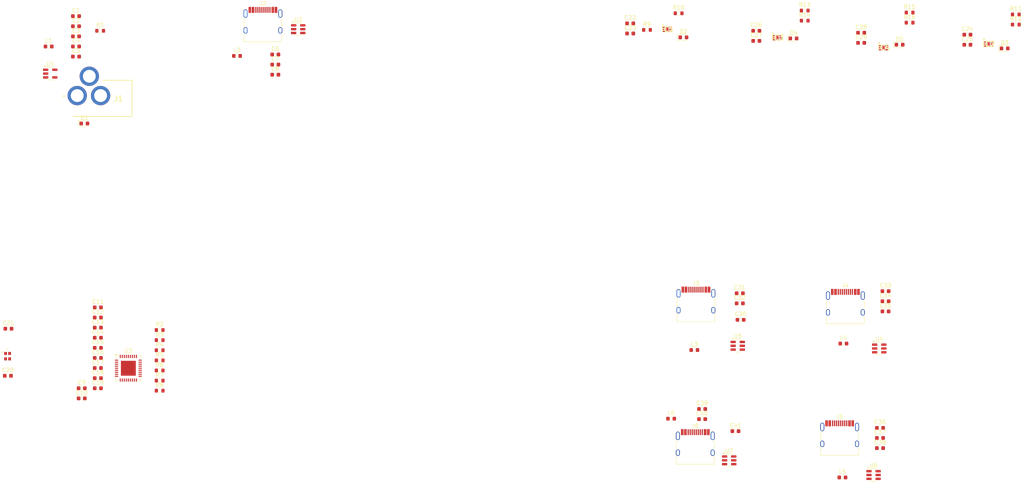
<source format=kicad_pcb>
(kicad_pcb (version 20240108) (generator "pcbnew") (generator_version "8.0")
  (layers (0 "F.Cu" signal) (31 "B.Cu" signal) (34 "B.Paste" user) (35 "F.Paste" user) (36 "B.SilkS" user "B.Silkscreen") (37 "F.SilkS" user "F.Silkscreen") (38 "B.Mask" user) (39 "F.Mask" user) (44 "Edge.Cuts" user))
  (net 0 "")
  (net 1 "GND")
  (net 2 "+5V")
  (net 3 "+5V_Filtered")
  (net 4 "+3.3V")
  (net 5 "Net-(U1-BP)")
  (net 6 "VBUS_DTS")
  (net 7 "+5V_HOST_Filtered")
  (net 8 "GNDPWR")
  (net 9 "Net-(U3-PLLFILT)")
  (net 10 "Net-(U3-CRFILT)")
  (net 11 "XTAL_IN")
  (net 12 "XTAL_OUT")
  (net 13 "+5V_PORT1")
  (net 14 "+5V_PORT2")
  (net 15 "+5V_PORT3")
  (net 16 "+5V_PORT4")
  (net 17 "+5V_PORT1_Filtered")
  (net 18 "+5V_PORT2_Filtered")
  (net 19 "+5V_PORT3_Filtered")
  (net 20 "+5V_PORT4_Filtered")
  (net 21 "Net-(D1-K)")
  (net 22 "Net-(D2-K)")
  (net 23 "Net-(D3-K)")
  (net 24 "Net-(D4-K)")
  (net 25 "Net-(D5-K)")
  (net 26 "Net-(IC1-ILIMIT)")
  (net 27 "OCS_N1")
  (net 28 "PRTPWR1")
  (net 29 "Net-(IC2-ILIMIT)")
  (net 30 "OCS_N2")
  (net 31 "PRTPWR2")
  (net 32 "PRTPWR3")
  (net 33 "OCS_N3")
  (net 34 "Net-(IC3-ILIMIT)")
  (net 35 "PRTPWR4")
  (net 36 "OCS_N4")
  (net 37 "Net-(IC4-ILIMIT)")
  (net 38 "D-")
  (net 42 "D+")
  (net 45 "Net-(J3-D+-PadA6)")
  (net 46 "Net-(J3-D--PadA7)")
  (net 51 "Net-(J4-D+-PadA6)")
  (net 52 "Net-(J4-D--PadA7)")
  (net 56 "Net-(J5-D+-PadA6)")
  (net 59 "Net-(J5-D--PadA7)")
  (net 63 "Net-(J6-D+-PadA6)")
  (net 65 "Net-(J6-D--PadA7)")
  (net 68 "/VBUS_DET")
  (net 69 "Net-(U3-RBIAS)")
  (net 70 "Net-(U3-HS_IND{slash}CFG_SEL1)")
  (net 71 "Net-(U3-SUSP_IND{slash}LOCAL_PWR{slash}NON_REM0)")
  (net 72 "Net-(U3-SDA{slash}SMBDATA{slash}NON_REM1)")
  (net 73 "Net-(U3-SCL{slash}SMBCLK{slash}CFG_SEL0)")
  (net 74 "USBDM_UP")
  (net 75 "USBDP_UP")
  (net 76 "USB_PORT1_P")
  (net 77 "USB_PORT2_P")
  (net 78 "USB_PORT4_M")
  (net 79 "USB_PORT4_P")
  (net 82 "USB_PORT2_M")
  (net 83 "USB_PORT1_M")
  (net 84 "USB_PORT3_M")
  (net 85 "USB_PORT3_P")
  (footprint "Capacitor_SMD:C_0603_1608Metric" (layer "F.Cu") (at 269.5075 28.165)
    (property "Reference" "C24" (at 0 -1.43 0) (layer "F.SilkS"))
    (property "Value" "2.2uF")
    (pad "1" smd roundrect (at -0.775 0) (size 0.9 0.95) (layers "F.Cu" "F.Paste" "F.Mask") (net 14 "+5V_PORT2"))
    (pad "2" smd roundrect (at 0.775 0) (size 0.9 0.95) (layers "F.Cu" "F.Paste" "F.Mask") (net 1 "GND"))
  )
  (footprint "Capacitor_SMD:C_0603_1608Metric" (layer "F.Cu") (at 49.515 116)
    (property "Reference" "C9" (at 0 -1.43 0) (layer "F.SilkS"))
    (property "Value" "100nF")
    (pad "1" smd roundrect (at -0.775 0) (size 0.9 0.95) (layers "F.Cu" "F.Paste" "F.Mask") (net 4 "+3.3V"))
    (pad "2" smd roundrect (at 0.775 0) (size 0.9 0.95) (layers "F.Cu" "F.Paste" "F.Mask") (net 1 "GND"))
  )
  (footprint "Capacitor_SMD:C_0603_1608Metric" (layer "F.Cu") (at 53.525 116)
    (property "Reference" "C19" (at 0 -1.43 0) (layer "F.SilkS"))
    (property "Value" "10nF")
    (pad "1" smd roundrect (at -0.775 0) (size 0.9 0.95) (layers "F.Cu" "F.Paste" "F.Mask") (net 10 "Net-(U3-CRFILT)"))
    (pad "2" smd roundrect (at 0.775 0) (size 0.9 0.95) (layers "F.Cu" "F.Paste" "F.Mask") (net 1 "GND"))
  )
  (footprint "Resistor_SMD:R_0603_1608Metric" (layer "F.Cu") (at 281.5375 25.655)
    (property "Reference" "R12" (at 0 -1.43 0) (layer "F.SilkS"))
    (property "Value" "330R")
    (pad "1" smd roundrect (at -0.825 0) (size 0.8 0.95) (layers "F.Cu" "F.Paste" "F.Mask") (net 1 "GND"))
    (pad "2" smd roundrect (at 0.825 0) (size 0.8 0.95) (layers "F.Cu" "F.Paste" "F.Mask") (net 29 "Net-(IC2-ILIMIT)"))
  )
  (footprint "customESP_Controller:MIC2099_SON50P160X160X60-7N-D" (layer "F.Cu") (at 222.3425 28.93)
    (property "Reference" "IC3" (at 0 0 0) (layer "F.SilkS") (effects (font (size 1.27 1.27) (thickness 0.254))))
    (property "Value" "MIC2099-1YMTTR" (hide yes))
    (pad "1" smd rect (at -0.8 -0.5 90) (size 0.3 0.7) (layers "F.Cu" "F.Paste" "F.Mask") (net 15 "+5V_PORT3"))
    (pad "2" smd rect (at -0.8 0 90) (size 0.3 0.7) (layers "F.Cu" "F.Paste" "F.Mask") (net 34 "Net-(IC3-ILIMIT)"))
    (pad "3" smd rect (at -0.8 0.5 90) (size 0.3 0.7) (layers "F.Cu" "F.Paste" "F.Mask") (net 33 "OCS_N3"))
    (pad "4" smd rect (at 0.8 0.5 90) (size 0.3 0.7) (layers "F.Cu" "F.Paste" "F.Mask") (net 32 "PRTPWR3"))
    (pad "5" smd rect (at 0.8 0 90) (size 0.3 0.7) (layers "F.Cu" "F.Paste" "F.Mask") (net 1 "GND"))
    (pad "6" smd rect (at 0.8 -0.5 90) (size 0.3 0.7) (layers "F.Cu" "F.Paste" "F.Mask") (net 7 "+5V_HOST_Filtered"))
    (pad "7" smd rect (at 0 0) (size 0.55 1.31) (layers "F.Cu" "F.Paste" "F.Mask") (net 1 "GND"))
  )
  (footprint "Inductor_SMD:L_0603_1608Metric" (layer "F.Cu") (at 238.7125 104.9)
    (property "Reference" "L4" (at 0 -1.43 0) (layer "F.SilkS"))
    (property "Value" "120R 3A")
    (pad "1" smd roundrect (at -0.7875 0) (size 0.875 0.95) (layers "F.Cu" "F.Paste" "F.Mask") (net 14 "+5V_PORT2"))
    (pad "2" smd roundrect (at 0.7875 0) (size 0.875 0.95) (layers "F.Cu" "F.Paste" "F.Mask") (net 18 "+5V_PORT2_Filtered"))
  )
  (footprint "Capacitor_SMD:C_0603_1608Metric" (layer "F.Cu") (at 217.075 29.71)
    (property "Reference" "C27" (at 0 -1.43 0) (layer "F.SilkS"))
    (property "Value" "2.2uF")
    (pad "1" smd roundrect (at -0.775 0) (size 0.9 0.95) (layers "F.Cu" "F.Paste" "F.Mask") (net 7 "+5V_HOST_Filtered"))
    (pad "2" smd roundrect (at 0.775 0) (size 0.9 0.95) (layers "F.Cu" "F.Paste" "F.Mask") (net 1 "GND"))
  )
  (footprint "Inductor_SMD:L_0603_1608Metric" (layer "F.Cu") (at 195.92 123.55)
    (property "Reference" "L6" (at 0 -1.43 0) (layer "F.SilkS"))
    (property "Value" "120R 3A")
    (pad "1" smd roundrect (at -0.7875 0) (size 0.875 0.95) (layers "F.Cu" "F.Paste" "F.Mask") (net 16 "+5V_PORT4"))
    (pad "2" smd roundrect (at 0.7875 0) (size 0.875 0.95) (layers "F.Cu" "F.Paste" "F.Mask") (net 20 "+5V_PORT4_Filtered"))
  )
  (footprint "Capacitor_SMD:C_0603_1608Metric" (layer "F.Cu") (at 249.175 96.9)
    (property "Reference" "C35" (at 0 -1.43 0) (layer "F.SilkS"))
    (property "Value" "4.7nF")
    (pad "1" smd roundrect (at -0.775 0) (size 0.9 0.95) (layers "F.Cu" "F.Paste" "F.Mask") (net 8 "GNDPWR"))
    (pad "2" smd roundrect (at 0.775 0) (size 0.9 0.95) (layers "F.Cu" "F.Paste" "F.Mask") (net 1 "GND"))
  )
  (footprint "Package_TO_SOT_SMD:SOT-23-5" (layer "F.Cu") (at 41.7 37.8375)
    (property "Reference" "U1" (at 0 -2.4 0) (layer "F.SilkS"))
    (property "Value" "SPX3819M5-L-3-3")
    (pad "1" smd roundrect (at -1.1375 -0.95) (size 1.325 0.6) (layers "F.Cu" "F.Paste" "F.Mask") (net 3 "+5V_Filtered"))
    (pad "2" smd roundrect (at -1.1375 0) (size 1.325 0.6) (layers "F.Cu" "F.Paste" "F.Mask") (net 1 "GND"))
    (pad "3" smd roundrect (at -1.1375 0.95) (size 1.325 0.6) (layers "F.Cu" "F.Paste" "F.Mask") (net 68 "/VBUS_DET"))
    (pad "4" smd roundrect (at 1.1375 0.95) (size 1.325 0.6) (layers "F.Cu" "F.Paste" "F.Mask") (net 5 "Net-(U1-BP)"))
    (pad "5" smd roundrect (at 1.1375 -0.95) (size 1.325 0.6) (layers "F.Cu" "F.Paste" "F.Mask") (net 4 "+3.3V"))
  )
  (footprint "Capacitor_SMD:C_0603_1608Metric" (layer "F.Cu") (at 53.525 108.47)
    (property "Reference" "C16" (at 0 -1.43 0) (layer "F.SilkS"))
    (property "Value" "10nF")
    (pad "1" smd roundrect (at -0.775 0) (size 0.9 0.95) (layers "F.Cu" "F.Paste" "F.Mask") (net 9 "Net-(U3-PLLFILT)"))
    (pad "2" smd roundrect (at 0.775 0) (size 0.9 0.95) (layers "F.Cu" "F.Paste" "F.Mask") (net 1 "GND"))
  )
  (footprint "Capacitor_SMD:C_0603_1608Metric" (layer "F.Cu") (at 243.125 30.2)
    (property "Reference" "C29" (at 0 -1.43 0) (layer "F.SilkS"))
    (property "Value" "2.2uF")
    (pad "1" smd roundrect (at -0.775 0) (size 0.9 0.95) (layers "F.Cu" "F.Paste" "F.Mask") (net 7 "+5V_HOST_Filtered"))
    (pad "2" smd roundrect (at 0.775 0) (size 0.9 0.95) (layers "F.Cu" "F.Paste" "F.Mask") (net 1 "GND"))
  )
  (footprint "LED_SMD:LED_0603_1608Metric" (layer "F.Cu") (at 198.97 28.835)
    (property "Reference" "D2" (at 0 -1.43 0) (layer "F.SilkS"))
    (property "Value" "LED")
    (pad "1" smd roundrect (at -0.7875 0) (size 0.875 0.95) (layers "F.Cu" "F.Paste" "F.Mask") (net 22 "Net-(D2-K)"))
    (pad "2" smd roundrect (at 0.7875 0) (size 0.875 0.95) (layers "F.Cu" "F.Paste" "F.Mask") (net 13 "+5V_PORT1"))
  )
  (footprint "Capacitor_SMD:C_0603_1608Metric" (layer "F.Cu") (at 97.6 33.09)
    (property "Reference" "C6" (at 0 -1.43 0) (layer "F.SilkS"))
    (property "Value" "2.2uF")
    (pad "1" smd roundrect (at -0.775 0) (size 0.9 0.95) (layers "F.Cu" "F.Paste" "F.Mask") (net 6 "VBUS_DTS"))
    (pad "2" smd roundrect (at 0.775 0) (size 0.9 0.95) (layers "F.Cu" "F.Paste" "F.Mask") (net 1 "GND"))
  )
  (footprint "Connector_USB:USB_C_Receptacle_HRO_TYPE-C-31-M-12" (layer "F.Cu") (at 237.78 128.75)
    (property "Reference" "J5" (at 0 -5.645 0) (layer "F.SilkS"))
    (property "Value" "USB_C_Receptacle_USB2.0_16P")
    (pad "" np_thru_hole circle (at -2.89 -2.6) (size 0.65 0.65) (drill 0.65) (layers "*.Cu" "*.Mask"))
    (pad "" np_thru_hole circle (at 2.89 -2.6) (size 0.65 0.65) (drill 0.65) (layers "*.Cu" "*.Mask"))
    (pad "A1" smd rect (at -3.25 -4.045) (size 0.6 1.45) (layers "F.Cu" "F.Paste" "F.Mask") (net 1 "GND"))
    (pad "A4" smd rect (at -2.45 -4.045) (size 0.6 1.45) (layers "F.Cu" "F.Paste" "F.Mask") (net 15 "+5V_PORT3"))
    (pad "A5" smd rect (at -1.25 -4.045) (size 0.3 1.45) (layers "F.Cu" "F.Paste" "F.Mask"))
    (pad "A6" smd rect (at -0.25 -4.045) (size 0.3 1.45) (layers "F.Cu" "F.Paste" "F.Mask") (net 56 "Net-(J5-D+-PadA6)"))
    (pad "A7" smd rect (at 0.25 -4.045) (size 0.3 1.45) (layers "F.Cu" "F.Paste" "F.Mask") (net 59 "Net-(J5-D--PadA7)"))
    (pad "A8" smd rect (at 1.25 -4.045) (size 0.3 1.45) (layers "F.Cu" "F.Paste" "F.Mask"))
    (pad "A9" smd rect (at 2.45 -4.045) (size 0.6 1.45) (layers "F.Cu" "F.Paste" "F.Mask") (net 15 "+5V_PORT3"))
    (pad "A12" smd rect (at 3.25 -4.045) (size 0.6 1.45) (layers "F.Cu" "F.Paste" "F.Mask") (net 1 "GND"))
    (pad "B1" smd rect (at 3.25 -4.045) (size 0.6 1.45) (layers "F.Cu" "F.Paste" "F.Mask") (net 1 "GND"))
    (pad "B4" smd rect (at 2.45 -4.045) (size 0.6 1.45) (layers "F.Cu" "F.Paste" "F.Mask") (net 15 "+5V_PORT3"))
    (pad "B5" smd rect (at 1.75 -4.045) (size 0.3 1.45) (layers "F.Cu" "F.Paste" "F.Mask"))
    (pad "B6" smd rect (at 0.75 -4.045) (size 0.3 1.45) (layers "F.Cu" "F.Paste" "F.Mask") (net 56 "Net-(J5-D+-PadA6)"))
    (pad "B7" smd rect (at -0.75 -4.045) (size 0.3 1.45) (layers "F.Cu" "F.Paste" "F.Mask") (net 59 "Net-(J5-D--PadA7)"))
    (pad "B8" smd rect (at -1.75 -4.045) (size 0.3 1.45) (layers "F.Cu" "F.Paste" "F.Mask"))
    (pad "B9" smd rect (at -2.45 -4.045) (size 0.6 1.45) (layers "F.Cu" "F.Paste" "F.Mask") (net 15 "+5V_PORT3"))
    (pad "B12" smd rect (at -3.25 -4.045) (size 0.6 1.45) (layers "F.Cu" "F.Paste" "F.Mask") (net 1 "GND"))
    (pad "S1" thru_hole oval (at -4.32 -3.13) (size 1 2.1) (drill oval 0.6 1.7) (layers "*.Cu" "*.Mask") (net 8 "GNDPWR"))
    (pad "S1" thru_hole oval (at -4.32 1.05) (size 1 1.6) (drill oval 0.6 1.2) (layers "*.Cu" "*.Mask") (net 8 "GNDPWR"))
    (pad "S1" thru_hole oval (at 4.32 -3.13) (size 1 2.1) (drill oval 0.6 1.7) (layers "*.Cu" "*.Mask") (net 8 "GNDPWR"))
    (pad "S1" thru_hole oval (at 4.32 1.05) (size 1 1.6) (drill oval 0.6 1.2) (layers "*.Cu" "*.Mask") (net 8 "GNDPWR"))
  )
  (footprint "Resistor_SMD:R_0603_1608Metric" (layer "F.Cu") (at 68.875 109.07)
    (property "Reference" "R5" (at 0 -1.43 0) (layer "F.SilkS"))
    (property "Value" "100k")
    (pad "1" smd roundrect (at -0.825 0) (size 0.8 0.95) (layers "F.Cu" "F.Paste" "F.Mask") (net 70 "Net-(U3-HS_IND{slash}CFG_SEL1)"))
    (pad "2" smd roundrect (at 0.825 0) (size 0.8 0.95) (layers "F.Cu" "F.Paste" "F.Mask") (net 1 "GND"))
  )
  (footprint "LED_SMD:LED_0603_1608Metric" (layer "F.Cu") (at 50.17 50.2325)
    (property "Reference" "D1" (at 0 -1.43 0) (layer "F.SilkS"))
    (property "Value" "LED")
    (pad "1" smd roundrect (at -0.7875 0) (size 0.875 0.95) (layers "F.Cu" "F.Paste" "F.Mask") (net 21 "Net-(D1-K)"))
    (pad "2" smd roundrect (at 0.7875 0) (size 0.875 0.95) (layers "F.Cu" "F.Paste" "F.Mask") (net 4 "+3.3V"))
  )
  (footprint "Capacitor_SMD:C_0603_1608Metric" (layer "F.Cu") (at 203.62 121.15)
    (property "Reference" "C39" (at 0 -1.43 0) (layer "F.SilkS"))
    (property "Value" "2.2uF")
    (pad "1" smd roundrect (at -0.775 0) (size 0.9 0.95) (layers "F.Cu" "F.Paste" "F.Mask") (net 20 "+5V_PORT4_Filtered"))
    (pad "2" smd roundrect (at 0.775 0) (size 0.9 0.95) (layers "F.Cu" "F.Paste" "F.Mask") (net 1 "GND"))
  )
  (footprint "customESP_Controller:MIC2099_SON50P160X160X60-7N-D" (layer "F.Cu") (at 274.8 30.5)
    (property "Reference" "IC2" (at 0 0 0) (layer "F.SilkS") (effects (font (size 1.27 1.27) (thickness 0.254))))
    (property "Value" "MIC2099-1YMTTR" (hide yes))
    (pad "1" smd rect (at -0.8 -0.5 90) (size 0.3 0.7) (layers "F.Cu" "F.Paste" "F.Mask") (net 14 "+5V_PORT2"))
    (pad "2" smd rect (at -0.8 0 90) (size 0.3 0.7) (layers "F.Cu" "F.Paste" "F.Mask") (net 29 "Net-(IC2-ILIMIT)"))
    (pad "3" smd rect (at -0.8 0.5 90) (size 0.3 0.7) (layers "F.Cu" "F.Paste" "F.Mask") (net 30 "OCS_N2"))
    (pad "4" smd rect (at 0.8 0.5 90) (size 0.3 0.7) (layers "F.Cu" "F.Paste" "F.Mask") (net 31 "PRTPWR2"))
    (pad "5" smd rect (at 0.8 0 90) (size 0.3 0.7) (layers "F.Cu" "F.Paste" "F.Mask") (net 1 "GND"))
    (pad "6" smd rect (at 0.8 -0.5 90) (size 0.3 0.7) (layers "F.Cu" "F.Paste" "F.Mask") (net 7 "+5V_HOST_Filtered"))
    (pad "7" smd rect (at 0 0) (size 0.55 1.31) (layers "F.Cu" "F.Paste" "F.Mask") (net 1 "GND"))
  )
  (footprint "Resistor_SMD:R_0603_1608Metric" (layer "F.Cu") (at 229.105 22.18)
    (property "Reference" "R13" (at 0 -1.43 0) (layer "F.SilkS"))
    (property "Value" "330R")
    (pad "1" smd roundrect (at -0.825 0) (size 0.8 0.95) (layers "F.Cu" "F.Paste" "F.Mask") (net 1 "GND"))
    (pad "2" smd roundrect (at 0.825 0) (size 0.8 0.95) (layers "F.Cu" "F.Paste" "F.Mask") (net 24 "Net-(D4-K)"))
  )
  (footprint "Resistor_SMD:R_0603_1608Metric" (layer "F.Cu") (at 189.9275 26.98)
    (property "Reference" "R9" (at 0 -1.43 0) (layer "F.SilkS"))
    (property "Value" "330R")
    (pad "1" smd roundrect (at -0.825 0) (size 0.8 0.95) (layers "F.Cu" "F.Paste" "F.Mask") (net 1 "GND"))
    (pad "2" smd roundrect (at 0.825 0) (size 0.8 0.95) (layers "F.Cu" "F.Paste" "F.Mask") (net 26 "Net-(IC1-ILIMIT)"))
  )
  (footprint "Capacitor_SMD:C_0603_1608Metric" (layer "F.Cu") (at 48.1 33.61)
    (property "Reference" "C5" (at 0 -1.43 0) (layer "F.SilkS"))
    (property "Value" "100nF")
    (pad "1" smd roundrect (at -0.775 0) (size 0.9 0.95) (layers "F.Cu" "F.Paste" "F.Mask") (net 5 "Net-(U1-BP)"))
    (pad "2" smd roundrect (at 0.775 0) (size 0.9 0.95) (layers "F.Cu" "F.Paste" "F.Mask") (net 1 "GND"))
  )
  (footprint "Capacitor_SMD:C_0603_1608Metric" (layer "F.Cu") (at 269.5075 30.675)
    (property "Reference" "C25" (at 0 -1.43 0) (layer "F.SilkS"))
    (property "Value" "2.2uF")
    (pad "1" smd roundrect (at -0.775 0) (size 0.9 0.95) (layers "F.Cu" "F.Paste" "F.Mask") (net 7 "+5V_HOST_Filtered"))
    (pad "2" smd roundrect (at 0.775 0) (size 0.9 0.95) (layers "F.Cu" "F.Paste" "F.Mask") (net 1 "GND"))
  )
  (footprint "Inductor_SMD:L_0603_1608Metric" (layer "F.Cu") (at 201.6875 106.5)
    (property "Reference" "L3" (at 0 -1.43 0) (layer "F.SilkS"))
    (property "Value" "120R 3A")
    (pad "1" smd roundrect (at -0.7875 0) (size 0.875 0.95) (layers "F.Cu" "F.Paste" "F.Mask") (net 13 "+5V_PORT1"))
    (pad "2" smd roundrect (at 0.7875 0) (size 0.875 0.95) (layers "F.Cu" "F.Paste" "F.Mask") (net 17 "+5V_PORT1_Filtered"))
  )
  (footprint "Resistor_SMD:R_0603_1608Metric" (layer "F.Cu") (at 68.875 116.6)
    (property "Reference" "R8" (at 0 -1.43 0) (layer "F.SilkS"))
    (property "Value" "100k")
    (pad "1" smd roundrect (at -0.825 0) (size 0.8 0.95) (layers "F.Cu" "F.Paste" "F.Mask") (net 73 "Net-(U3-SCL{slash}SMBCLK{slash}CFG_SEL0)"))
    (pad "2" smd roundrect (at 0.825 0) (size 0.8 0.95) (layers "F.Cu" "F.Paste" "F.Mask") (net 1 "GND"))
  )
  (footprint "Capacitor_SMD:C_0603_1608Metric" (layer "F.Cu") (at 212.975 92.4)
    (property "Reference" "C31" (at 0 -1.43 0) (layer "F.SilkS"))
    (property "Value" "100uF")
    (pad "1" smd roundrect (at -0.775 0) (size 0.9 0.95) (layers "F.Cu" "F.Paste" "F.Mask") (net 13 "+5V_PORT1"))
    (pad "2" smd roundrect (at 0.775 0) (size 0.9 0.95) (layers "F.Cu" "F.Paste" "F.Mask") (net 1 "GND"))
  )
  (footprint "Capacitor_SMD:C_0603_1608Metric" (layer "F.Cu") (at 217.075 27.2)
    (property "Reference" "C26" (at 0 -1.43 0) (layer "F.SilkS"))
    (property "Value" "2.2uF")
    (pad "1" smd roundrect (at -0.775 0) (size 0.9 0.95) (layers "F.Cu" "F.Paste" "F.Mask") (net 15 "+5V_PORT3"))
    (pad "2" smd roundrect (at 0.775 0) (size 0.9 0.95) (layers "F.Cu" "F.Paste" "F.Mask") (net 1 "GND"))
  )
  (footprint "Package_TO_SOT_SMD:SOT-23-6" (layer "F.Cu") (at 247.62 106.115)
    (property "Reference" "U4" (at 0 -2.4 0) (layer "F.SilkS"))
    (property "Value" "USBLC6-2SC6")
    (pad "1" smd roundrect (at -1.1375 -0.95) (size 1.325 0.6) (layers "F.Cu" "F.Paste" "F.Mask") (net 77 "USB_PORT2_P"))
    (pad "2" smd roundrect (at -1.1375 0) (size 1.325 0.6) (layers "F.Cu" "F.Paste" "F.Mask") (net 1 "GND"))
    (pad "3" smd roundrect (at -1.1375 0.95) (size 1.325 0.6) (layers "F.Cu" "F.Paste" "F.Mask") (net 82 "USB_PORT2_M"))
    (pad "4" smd roundrect (at 1.1375 0.95) (size 1.325 0.6) (layers "F.Cu" "F.Paste" "F.Mask") (net 52 "Net-(J4-D--PadA7)"))
    (pad "5" smd roundrect (at 1.1375 0) (size 1.325 0.6) (layers "F.Cu" "F.Paste" "F.Mask") (net 14 "+5V_PORT2"))
    (pad "6" smd roundrect (at 1.1375 -0.95) (size 1.325 0.6) (layers "F.Cu" "F.Paste" "F.Mask") (net 51 "Net-(J4-D+-PadA6)"))
  )
  (footprint "LED_SMD:LED_0603_1608Metric" (layer "F.Cu") (at 278.77 31.575)
    (property "Reference" "D3" (at 0 -1.43 0) (layer "F.SilkS"))
    (property "Value" "LED")
    (pad "1" smd roundrect (at -0.7875 0) (size 0.875 0.95) (layers "F.Cu" "F.Paste" "F.Mask") (net 23 "Net-(D3-K)"))
    (pad "2" smd roundrect (at 0.7875 0) (size 0.875 0.95) (layers "F.Cu" "F.Paste" "F.Mask") (net 14 "+5V_PORT2"))
  )
  (footprint "Capacitor_SMD:C_0603_1608Metric" (layer "F.Cu") (at 31.175 112.9)
    (property "Reference" "C20" (at 0 -1.43 0) (layer "F.SilkS"))
    (property "Value" "10pF")
    (pad "1" smd roundrect (at -0.775 0) (size 0.9 0.95) (layers "F.Cu" "F.Paste" "F.Mask") (net 11 "XTAL_IN"))
    (pad "2" smd roundrect (at 0.775 0) (size 0.9 0.95) (layers "F.Cu" "F.Paste" "F.Mask") (net 1 "GND"))
  )
  (footprint "Capacitor_SMD:C_0603_1608Metric" (layer "F.Cu") (at 48.1 28.59)
    (property "Reference" "C3" (at 0 -1.43 0) (layer "F.SilkS"))
    (property "Value" "2.2uF")
    (pad "1" smd roundrect (at -0.775 0) (size 0.9 0.95) (layers "F.Cu" "F.Paste" "F.Mask") (net 3 "+5V_Filtered"))
    (pad "2" smd roundrect (at 0.775 0) (size 0.9 0.95) (layers "F.Cu" "F.Paste" "F.Mask") (net 1 "GND"))
  )
  (footprint "Capacitor_SMD:C_0603_1608Metric" (layer "F.Cu") (at 53.525 100.94)
    (property "Reference" "C13" (at 0 -1.43 0) (layer "F.SilkS"))
    (property "Value" "100nF")
    (pad "1" smd roundrect (at -0.775 0) (size 0.9 0.95) (layers "F.Cu" "F.Paste" "F.Mask") (net 4 "+3.3V"))
    (pad "2" smd roundrect (at 0.775 0) (size 0.9 0.95) (layers "F.Cu" "F.Paste" "F.Mask") (net 1 "GND"))
  )
  (footprint "Package_TO_SOT_SMD:SOT-23-6" (layer "F.Cu") (at 246.2 137.545)
    (property "Reference" "U6" (at 0 -2.4 0) (layer "F.SilkS"))
    (property "Value" "USBLC6-2SC6")
    (pad "1" smd roundrect (at -1.1375 -0.95) (size 1.325 0.6) (layers "F.Cu" "F.Paste" "F.Mask") (net 85 "USB_PORT3_P"))
    (pad "2" smd roundrect (at -1.1375 0) (size 1.325 0.6) (layers "F.Cu" "F.Paste" "F.Mask") (net 1 "GND"))
    (pad "3" smd roundrect (at -1.1375 0.95) (size 1.325 0.6) (layers "F.Cu" "F.Paste" "F.Mask") (net 84 "USB_PORT3_M"))
    (pad "4" smd roundrect (at 1.1375 0.95) (size 1.325 0.6) (layers "F.Cu" "F.Paste" "F.Mask") (net 59 "Net-(J5-D--PadA7)"))
    (pad "5" smd roundrect (at 1.1375 0) (size 1.325 0.6) (layers "F.Cu" "F.Paste" "F.Mask") (net 15 "+5V_PORT3"))
    (pad "6" smd roundrect (at 1.1375 -0.95) (size 1.325 0.6) (layers "F.Cu" "F.Paste" "F.Mask") (net 56 "Net-(J5-D+-PadA6)"))
  )
  (footprint "Resistor_SMD:R_0603_1608Metric" (layer "F.Cu") (at 229.105 24.69)
    (property "Reference" "R14" (at 0 -1.43 0) (layer "F.SilkS"))
    (property "Value" "330R")
    (pad "1" smd roundrect (at -0.825 0) (size 0.8 0.95) (layers "F.Cu" "F.Paste" "F.Mask") (net 1 "GND"))
    (pad "2" smd roundrect (at 0.825 0) (size 0.8 0.95) (layers "F.Cu" "F.Paste" "F.Mask") (net 34 "Net-(IC3-ILIMIT)"))
  )
  (footprint "Capacitor_SMD:C_0603_1608Metric" (layer "F.Cu") (at 53.525 110.98)
    (property "Reference" "C17" (at 0 -1.43 0) (layer "F.SilkS"))
    (property "Value" "100nF")
    (pad "1" smd roundrect (at -0.775 0) (size 0.9 0.95) (layers "F.Cu" "F.Paste" "F.Mask") (net 9 "Net-(U3-PLLFILT)"))
    (pad "2" smd roundrect (at 0.775 0) (size 0.9 0.95) (layers "F.Cu" "F.Paste" "F.Mask") (net 1 "GND"))
  )
  (footprint "Connector_USB:USB_C_Receptacle_HRO_TYPE-C-31-M-12" (layer "F.Cu") (at 239.2 96.1)
    (property "Reference" "J4" (at 0 -5.645 0) (layer "F.SilkS"))
    (property "Value" "USB_C_Receptacle_USB2.0_16P")
    (pad "" np_thru_hole circle (at -2.89 -2.6) (size 0.65 0.65) (drill 0.65) (layers "*.Cu" "*.Mask"))
    (pad "" np_thru_hole circle (at 2.89 -2.6) (size 0.65 0.65) (drill 0.65) (layers "*.Cu" "*.Mask"))
    (pad "A1" smd rect (at -3.25 -4.045) (size 0.6 1.45) (layers "F.Cu" "F.Paste" "F.Mask") (net 1 "GND"))
    (pad "A4" smd rect (at -2.45 -4.045) (size 0.6 1.45) (layers "F.Cu" "F.Paste" "F.Mask") (net 14 "+5V_PORT2"))
    (pad "A5" smd rect (at -1.25 -4.045) (size 0.3 1.45) (layers "F.Cu" "F.Paste" "F.Mask"))
    (pad "A6" smd rect (at -0.25 -4.045) (size 0.3 1.45) (layers "F.Cu" "F.Paste" "F.Mask") (net 51 "Net-(J4-D+-PadA6)"))
    (pad "A7" smd rect (at 0.25 -4.045) (size 0.3 1.45) (layers "F.Cu" "F.Paste" "F.Mask") (net 52 "Net-(J4-D--PadA7)"))
    (pad "A8" smd rect (at 1.25 -4.045) (size 0.3 1.45) (layers "F.Cu" "F.Paste" "F.Mask"))
    (pad "A9" smd rect (at 2.45 -4.045) (size 0.6 1.45) (layers "F.Cu" "F.Paste" "F.Mask") (net 14 "+5V_PORT2"))
    (pad "A12" smd rect (at 3.25 -4.045) (size 0.6 1.45) (layers "F.Cu" "F.Paste" "F.Mask") (net 1 "GND"))
    (pad "B1" smd rect (at 3.25 -4.045) (size 0.6 1.45) (layers "F.Cu" "F.Paste" "F.Mask") (net 1 "GND"))
    (pad "B4" smd rect (at 2.45 -4.045) (size 0.6 1.45) (layers "F.Cu" "F.Paste" "F.Mask") (net 14 "+5V_PORT2"))
    (pad "B5" smd rect (at 1.75 -4.045) (size 0.3 1.45) (layers "F.Cu" "F.Paste" "F.Mask"))
    (pad "B6" smd rect (at 0.75 -4.045) (size 0.3 1.45) (layers "F.Cu" "F.Paste" "F.Mask") (net 51 "Net-(J4-D+-PadA6)"))
    (pad "B7" smd rect (at -0.75 -4.045) (size 0.3 1.45) (layers "F.Cu" "F.Paste" "F.Mask") (net 52 "Net-(J4-D--PadA7)"))
    (pad "B8" smd rect (at -1.75 -4.045) (size 0.3 1.45) (layers "F.Cu" "F.Paste" "F.Mask"))
    (pad "B9" smd rect (at -2.45 -4.045) (size 0.6 1.45) (layers "F.Cu" "F.Paste" "F.Mask") (net 14 "+5V_PORT2"))
    (pad "B12" smd rect (at -3.25 -4.045) (size 0.6 1.45) (layers "F.Cu" "F.Paste" "F.Mask") (net 1 "GND"))
    (pad "S1" thru_hole oval (at -4.32 -3.13) (size 1 2.1) (drill oval 0.6 1.7) (layers "*.Cu" "*.Mask") (net 8 "GNDPWR"))
    (pad "S1" thru_hole oval (at -4.32 1.05) (size 1 1.6) (drill oval 0.6 1.2) (layers "*.Cu" "*.Mask") (net 8 "GNDPWR"))
    (pad "S1" thru_hole oval (at 4.32 -3.13) (size 1 2.1) (drill oval 0.6 1.7) (layers "*.Cu" "*.Mask") (net 8 "GNDPWR"))
    (pad "S1" thru_hole oval (at 4.32 1.05) (size 1 1.6) (drill oval 0.6 1.2) (layers "*.Cu" "*.Mask") (net 8 "GNDPWR"))
  )
  (footprint "Resistor_SMD:R_0603_1608Metric" (layer "F.Cu") (at 68.875 104.05)
    (property "Reference" "R3" (at 0 -1.43 0) (layer "F.SilkS"))
    (property "Value" "100k")
    (pad "1" smd roundrect (at -0.825 0) (size 0.8 0.95) (layers "F.Cu" "F.Paste" "F.Mask") (net 68 "/VBUS_DET"))
    (pad "2" smd roundrect (at 0.825 0) (size 0.8 0.95) (layers "F.Cu" "F.Paste" "F.Mask") (net 1 "GND"))
  )
  (footprint "Capacitor_SMD:C_0603_1608Metric" (layer "F.Cu") (at 185.75 27.875)
    (property "Reference" "C23" (at 0 -1.43 0) (layer "F.SilkS"))
    (property "Value" "2.2uF")
    (pad "1" smd roundrect (at -0.775 0) (size 0.9 0.95) (layers "F.Cu" "F.Paste" "F.Mask") (net 13 "+5V_PORT1"))
    (pad "2" smd roundrect (at 0.775 0) (size 0.9 0.95) (layers "F.Cu" "F.Paste" "F.Mask") (net 1 "GND"))
  )
  (footprint "Package_TO_SOT_SMD:SOT-23-6" (layer "F.Cu") (at 212.4625 105.45)
    (property "Reference" "U5" (at 0 -2.4 0) (layer "F.SilkS"))
    (property "Value" "USBLC6-2SC6")
    (pad "1" smd roundrect (at -1.1375 -0.95) (size 1.325 0.6) (layers "F.Cu" "F.Paste" "F.Mask") (net 76 "USB_PORT1_P"))
    (pad "2" smd roundrect (at -1.1375 0) (size 1.325 0.6) (layers "F.Cu" "F.Paste" "F.Mask") (net 1 "GND"))
    (pad "3" smd roundrect (at -1.1375 0.95) (size 1.325 0.6) (layers "F.Cu" "F.Paste" "F.Mask") (net 83 "USB_PORT1_M"))
    (pad "4" smd roundrect (at 1.1375 0.95) (size 1.325 0.6) (layers "F.Cu" "F.Paste" "F.Mask") (net 46 "Net-(J3-D--PadA7)"))
    (pad "5" smd roundrect (at 1.1375 0) (size 1.325 0.6) (layers "F.Cu" "F.Paste" "F.Mask") (net 13 "+5V_PORT1"))
    (pad "6" smd roundrect (at 1.1375 -0.95) (size 1.325 0.6) (layers "F.Cu" "F.Paste" "F.Mask") (net 45 "Net-(J3-D+-PadA6)"))
  )
  (footprint "Capacitor_SMD:C_0603_1608Metric" (layer "F.Cu") (at 53.525 103.45)
    (property "Reference" "C14" (at 0 -1.43 0) (layer "F.SilkS"))
    (property "Value" "100nF")
    (pad "1" smd roundrect (at -0.775 0) (size 0.9 0.95) (layers "F.Cu" "F.Paste" "F.Mask") (net 4 "+3.3V"))
    (pad "2" smd roundrect (at 0.775 0) (size 0.9 0.95) (layers "F.Cu" "F.Paste" "F.Mask") (net 1 "GND"))
  )
  (footprint "Inductor_SMD:L_0603_1608Metric" (layer "F.Cu") (at 41.3 31.1)
    (property "Reference" "L1" (at 0 -1.43 0) (layer "F.SilkS"))
    (property "Value" "120R 3A")
    (pad "1" smd roundrect (at -0.7875 0) (size 0.875 0.95) (layers "F.Cu" "F.Paste" "F.Mask") (net 2 "+5V"))
    (pad "2" smd roundrect (at 0.7875 0) (size 0.875 0.95) (layers "F.Cu" "F.Paste" "F.Mask") (net 3 "+5V_Filtered"))
  )
  (footprint "Capacitor_SMD:C_0603_1608Metric" (layer "F.Cu") (at 53.525 98.43)
    (property "Reference" "C12" (at 0 -1.43 0) (layer "F.SilkS"))
    (property "Value" "100nF")
    (pad "1" smd roundrect (at -0.775 0) (size 0.9 0.95) (layers "F.Cu" "F.Paste" "F.Mask") (net 4 "+3.3V"))
    (pad "2" smd roundrect (at 0.775 0) (size 0.9 0.95) (layers "F.Cu" "F.Paste" "F.Mask") (net 1 "GND"))
  )
  (footprint "Capacitor_SMD:C_0603_1608Metric" (layer "F.Cu") (at 48.1 23.57)
    (property "Reference" "C1" (at 0 -1.43 0) (layer "F.SilkS"))
    (property "Value" "2.2uF")
    (pad "1" smd roundrect (at -0.775 0) (size 0.9 0.95) (layers "F.Cu" "F.Paste" "F.Mask") (net 2 "+5V"))
    (pad "2" smd roundrect (at 0.775 0) (size 0.9 0.95) (layers "F.Cu" "F.Paste" "F.Mask") (net 1 "GND"))
  )
  (footprint "customESP_Controller:OSC_XRCGB24M000F2P00R0" (layer "F.Cu") (at 31.1 108.025)
    (property "Reference" "Y1" (at -0.084 -1.6032 0) (layer "F.SilkS") (effects (font (size 0.32 0.32) (thickness 0.08))))
    (property "Value" "XRCGB24M000F2P00R0")
    (pad "1" smd rect (at -0.5 -0.675) (size 0.7 0.75) (layers "F.Cu" "F.Paste" "F.Mask") (net 12 "XTAL_OUT"))
    (pad "2" smd rect (at -0.5 0.675) (size 0.7 0.75) (layers "F.Cu" "F.Paste" "F.Mask") (net 1 "GND"))
    (pad "3" smd rect (at 0.5 0.675) (size 0.7 0.75) (layers "F.Cu" "F.Paste" "F.Mask") (net 11 "XTAL_IN"))
    (pad "4" smd rect (at 0.5 -0.675) (size 0.7 0.75) (layers "F.Cu" "F.Paste" "F.Mask") (net 1 "GND"))
  )
  (footprint "Resistor_SMD:R_0603_1608Metric" (layer "F.Cu") (at 54.1 27.2)
    (property "Reference" "R1" (at 0 -1.43 0) (layer "F.SilkS"))
    (property "Value" "330R")
    (pad "1" smd roundrect (at -0.825 0) (size 0.8 0.95) (layers "F.Cu" "F.Paste" "F.Mask") (net 21 "Net-(D1-K)"))
    (pad "2" smd roundrect (at 0.825 0) (size 0.8 0.95) (layers "F.Cu" "F.Paste" "F.Mask") (net 1 "GND"))
  )
  (footprint "Capacitor_SMD:C_0603_1608Metric" (layer "F.Cu") (at 203.62 123.66)
    (property "Reference" "C40" (at 0 -1.43 0) (layer "F.SilkS"))
    (property "Value" "100uF")
    (pad "1" smd roundrect (at -0.775 0) (size 0.9 0.95) (layers "F.Cu" "F.Paste" "F.Mask") (net 16 "+5V_PORT4"))
    (pad "2" smd roundrect (at 0.775 0) (size 0.9 0.95) (layers "F.Cu" "F.Paste" "F.Mask") (net 1 "GND"))
  )
  (footprint "LED_SMD:LED_0603_1608Metric" (layer "F.Cu") (at 226.3125 29.095)
    (property "Reference" "D4" (at 0 -1.43 0) (layer "F.SilkS"))
    (property "Value" "LED")
    (pad "1" smd roundrect (at -0.7875 0) (size 0.875 0.95) (layers "F.Cu" "F.Paste" "F.Mask") (net 24 "Net-(D4-K)"))
    (pad "2" smd roundrect (at 0.7875 0) (size 0.875 0.95) (layers "F.Cu" "F.Paste" "F.Mask") (net 15 "+5V_PORT3"))
  )
  (footprint "Resistor_SMD:R_0603_1608Metric" (layer "F.Cu") (at 68.875 101.54)
    (property "Reference" "R2" (at 0 -1.43 0) (layer "F.SilkS"))
    (property "Value" "100k")
    (pad "1" smd roundrect (at -0.825 0) (size 0.8 0.95) (layers "F.Cu" "F.Paste" "F.Mask") (net 7 "+5V_HOST_Filtered"))
    (pad "2" smd roundrect (at 0.825 0) (size 0.8 0.95) (layers "F.Cu" "F.Paste" "F.Mask") (net 68 "/VBUS_DET"))
  )
  (footprint "Capacitor_SMD:C_0603_1608Metric" (layer "F.Cu") (at 249.175 91.88)
    (property "Reference" "C33" (at 0 -1.43 0) (layer "F.SilkS"))
    (property "Value" "2.2uF")
    (pad "1" smd roundrect (at -0.775 0) (size 0.9 0.95) (layers "F.Cu" "F.Paste" "F.Mask") (net 18 "+5V_PORT2_Filtered"))
    (pad "2" smd roundrect (at 0.775 0) (size 0.9 0.95) (layers "F.Cu" "F.Paste" "F.Mask") (net 1 "GND"))
  )
  (footprint "Resistor_SMD:R_0603_1608Metric" (layer "F.Cu") (at 68.875 111.58)
    (property "Reference" "R6" (at 0 -1.43 0) (layer "F.SilkS"))
    (property "Value" "100k")
    (pad "1" smd roundrect (at -0.825 0) (size 0.8 0.95) (layers "F.Cu" "F.Paste" "F.Mask") (net 71 "Net-(U3-SUSP_IND{slash}LOCAL_PWR{slash}NON_REM0)"))
    (pad "2" smd roundrect (at 0.825 0) (size 0.8 0.95) (layers "F.Cu" "F.Paste" "F.Mask") (net 1 "GND"))
  )
  (footprint "Inductor_SMD:L_0603_1608Metric" (layer "F.Cu") (at 238.4675 138.15)
    (property "Reference" "L5" (at 0 -1.43 0) (layer "F.SilkS"))
    (property "Value" "120R 3A")
    (pad "1" smd roundrect (at -0.7875 0) (size 0.875 0.95) (layers "F.Cu" "F.Paste" "F.Mask") (net 15 "+5V_PORT3"))
    (pad "2" smd roundrect (at 0.7875 0) (size 0.875 0.95) (layers "F.Cu" "F.Paste" "F.Mask") (net 19 "+5V_PORT3_Filtered"))
  )
  (footprint "Resistor_SMD:R_0603_1608Metric" (layer "F.Cu") (at 281.5375 23.145)
    (property "Reference" "R11" (at 0 -1.43 0) (layer "F.SilkS"))
    (property "Value" "330R")
    (pad "1" smd roundrect (at -0.825 0) (size 0.8 0.95) (layers "F.Cu" "F.Paste" "F.Mask") (net 1 "GND"))
    (pad "2" smd roundrect (at 0.825 0) (size 0.8 0.95) (layers "F.Cu" "F.Paste" "F.Mask") (net 23 "Net-(D3-K)"))
  )
  (footprint "customESP_Controller:MIC2099_SON50P160X160X60-7N-D" (layer "F.Cu") (at 248.6925 31.41)
    (property "Reference" "IC4" (at 0 0 0) (layer "F.SilkS") (effects (font (size 1.27 1.27) (thickness 0.254))))
    (property "Value" "MIC2099-1YMTTR" (hide yes))
    (pad "1" smd rect (at -0.8 -0.5 90) (size 0.3 0.7) (layers "F.Cu" "F.Paste" "F.Mask") (net 16 "+5V_PORT4"))
    (pad "2" smd rect (at -0.8 0 90) (size 0.3 0.7) (layers "F.Cu" "F.Paste" "F.Mask") (net 37 "Net-(IC4-ILIMIT)"))
    (pad "3" smd rect (at -0.8 0.5 90) (size 0.3 0.7) (layers "F.Cu" "F.Paste" "F.Mask") (net 36 "OCS_N4"))
    (pad "4" smd rect (at 0.8 0.5 90) (size 0.3 0.7) (layers "F.Cu" "F.Paste" "F.Mask") (net 35 "PRTPWR4"))
    (pad "5" smd rect (at 0.8 0 90) (size 0.3 0.7) (layers "F.Cu" "F.Paste" "F.Mask") (net 1 "GND"))
    (pad "6" smd rect (at 0.8 -0.5 90) (size 0.3 0.7) (layers "F.Cu" "F.Paste" "F.Mask") (net 7 "+5V_HOST_Filtered"))
    (pad "7" smd rect (at 0 0) (size 0.55 1.31) (layers "F.Cu" "F.Paste" "F.Mask") (net 1 "GND"))
  )
  (footprint "Package_TO_SOT_SMD:SOT-23-6" (layer "F.Cu") (at 103.3 26.8)
    (property "Reference" "U2" (at 0 -2.4 0) (layer "F.SilkS"))
    (property "Value" "USBLC6-2SC6")
    (pad "1" smd roundrect (at -1.1375 -0.95) (size 1.325 0.6) (layers "F.Cu" "F.Paste" "F.Mask") (net 75 "USBDP_UP"))
    (pad "2" smd roundrect (at -1.1375 0) (size 1.325 0.6) (layers "F.Cu" "F.Paste" "F.Mask") (net 1 "GND"))
    (pad "3" smd roundrect (at -1.1375 0.95) (size 1.325 0.6) (layers "F.Cu" "F.Paste" "F.Mask") (net 74 "USBDM_UP"))
    (pad "4" smd roundrect (at 1.1375 0.95) (size 1.325 0.6) (layers "F.Cu" "F.Paste" "F.Mask") (net 38 "D-"))
    (pad "5" smd roundrect (at 1.1375 0) (size 1.325 0.6) (layers "F.Cu" "F.Paste" "F.Mask") (net 6 "VBUS_DTS"))
    (pad "6" smd roundrect (at 1.1375 -0.95) (size 1.325 0.6) (layers "F.Cu" "F.Paste" "F.Mask") (net 42 "D+"))
  )
  (footprint "Capacitor_SMD:C_0603_1608Metric" (layer "F.Cu") (at 213.175 99)
    (property "Reference" "C30" (at 0 -1.43 0) (layer "F.SilkS"))
    (property "Value" "4.7nF")
    (pad "1" smd roundrect (at -0.775 0) (size 0.9 0.95) (layers "F.Cu" "F.Paste" "F.Mask") (net 8 "GNDPWR"))
    (pad "2" smd roundrect (at 0.775 0) (size 0.9 0.95) (layers "F.Cu" "F.Paste" "F.Mask") (net 1 "GND"))
  )
  (footprint "Connector_USB:USB_C_Receptacle_HRO_TYPE-C-31-M-12" (layer "F.Cu") (at 202.08 95.55)
    (property "Reference" "J3" (at 0 -5.645 0) (layer "F.SilkS"))
    (property "Value" "USB_C_Receptacle_USB2.0_16P")
    (pad "" np_thru_hole circle (at -2.89 -2.6) (size 0.65 0.65) (drill 0.65) (layers "*.Cu" "*.Mask"))
    (pad "" np_thru_hole circle (at 2.89 -2.6) (size 0.65 0.65) (drill 0.65) (layers "*.Cu" "*.Mask"))
    (pad "A1" smd rect (at -3.25 -4.045) (size 0.6 1.45) (layers "F.Cu" "F.Paste" "F.Mask") (net 1 "GND"))
    (pad "A4" smd rect (at -2.45 -4.045) (size 0.6 1.45) (layers "F.Cu" "F.Paste" "F.Mask") (net 13 "+5V_PORT1"))
    (pad "A5" smd rect (at -1.25 -4.045) (size 0.3 1.45) (layers "F.Cu" "F.Paste" "F.Mask"))
    (pad "A6" smd rect (at -0.25 -4.045) (size 0.3 1.45) (layers "F.Cu" "F.Paste" "F.Mask") (net 45 "Net-(J3-D+-PadA6)"))
    (pad "A7" smd rect (at 0.25 -4.045) (size 0.3 1.45) (layers "F.Cu" "F.Paste" "F.Mask") (net 46 "Net-(J3-D--PadA7)"))
    (pad "A8" smd rect (at 1.25 -4.045) (size 0.3 1.45) (layers "F.Cu" "F.Paste" "F.Mask"))
    (pad "A9" smd rect (at 2.45 -4.045) (size 0.6 1.45) (layers "F.Cu" "F.Paste" "F.Mask") (net 13 "+5V_PORT1"))
    (pad "A12" smd rect (at 3.25 -4.045) (size 0.6 1.45) (layers "F.Cu" "F.Paste" "F.Mask") (net 1 "GND"))
    (pad "B1" smd rect (at 3.25 -4.045) (size 0.6 1.45) (layers "F.Cu" "F.Paste" "F.Mask") (net 1 "GND"))
    (pad "B4" smd rect (at 2.45 -4.045) (size 0.6 1.45) (layers "F.Cu" "F.Paste" "F.Mask") (net 13 "+5V_PORT1"))
    (pad "B5" smd rect (at 1.75 -4.045) (size 0.3 1.45) (layers "F.Cu" "F.Paste" "F.Mask"))
    (pad "B6" smd rect (at 0.75 -4.045) (size 0.3 1.45) (layers "F.Cu" "F.Paste" "F.Mask") (net 45 "Net-(J3-D+-PadA6)"))
    (pad "B7" smd rect (at -0.75 -4.045) (size 0.3 1.45) (layers "F.Cu" "F.Paste" "F.Mask") (net 46 "Net-(J3-D--PadA7)"))
    (pad "B8" smd rect (at -1.75 -4.045) (size 0.3 1.45) (layers "F.Cu" "F.Paste" "F.Mask"))
    (pad "B9" smd rect (at -2.45 -4.045) (size 0.6 1.45) (layers "F.Cu" "F.Paste" "F.Mask") (net 13 "+5V_PORT1"))
    (pad "B12" smd rect (at -3.25 -4.045) (size 0.6 1.45) (layers "F.Cu" "F.Paste" "F.Mask") (net 1 "GND"))
    (pad "S1" thru_hole oval (at -4.32 -3.13) (size 1 2.1) (drill oval 0.6 1.7) (layers "*.Cu" "*.Mask") (net 8 "GNDPWR"))
    (pad "S1" thru_hole oval (at -4.32 1.05) (size 1 1.6) (drill oval 0.6 1.2) (layers "*.Cu" "*.Mask") (net 8 "GNDPWR"))
    (pad "S1" thru_hole oval (at 4.32 -3.13) (size 1 2.1) (drill oval 0.6 1.7) (layers "*.Cu" "*.Mask") (net 8 "GNDPWR"))
    (pad "S1" thru_hole oval (at 4.32 1.05) (size 1 1.6) (drill oval 0.6 1.2) (layers "*.Cu" "*.Mask") (net 8 "GNDPWR"))
  )
  (footprint "Capacitor_SMD:C_0603_1608Metric" (layer "F.Cu") (at 243.125 27.69)
    (property "Reference" "C28" (at 0 -1.43 0) (layer "F.SilkS"))
    (property "Value" "2.2uF")
    (pad "1" smd roundrect (at -0.775 0) (size 0.9 0.95) (layers "F.Cu" "F.Paste" "F.Mask") (net 16 "+5V_PORT4"))
    (pad "2" smd roundrect (at 0.775 0) (size 0.9 0.95) (layers "F.Cu" "F.Paste" "F.Mask") (net 1 "GND"))
  )
  (footprint "Capacitor_SMD:C_0603_1608Metric" (layer "F.Cu") (at 211.895 126.65)
    (property "Reference" "C41" (at 0 -1.43 0) (layer "F.SilkS"))
    (property "Value" "4.7nF")
    (pad "1" smd roundrect (at -0.775 0) (size 0.9 0.95) (layers "F.Cu" "F.Paste" "F.Mask") (net 8 "GNDPWR"))
    (pad "2" smd roundrect (at 0.775 0) (size 0.9 0.95) (layers "F.Cu" "F.Paste" "F.Mask") (net 1 "GND"))
  )
  (footprint "Capacitor_SMD:C_0603_1608Metric" (layer "F.Cu") (at 249.175 94.39)
    (property "Reference" "C34" (at 0 -1.43 0) (layer "F.SilkS"))
    (property "Value" "100uF")
    (pad "1" smd roundrect (at -0.775 0) (size 0.9 0.95) (layers "F.Cu" "F.Paste" "F.Mask") (net 14 "+5V_PORT2"))
    (pad "2" smd roundrect (at 0.775 0) (size 0.9 0.95) (layers "F.Cu" "F.Paste" "F.Mask") (net 1 "GND"))
  )
  (footprint "Resistor_SMD:R_0603_1608Metric" (layer "F.Cu") (at 197.78 22.855)
    (property "Reference" "R10" (at 0 -1.43 0) (layer "F.SilkS"))
    (property "Value" "330R")
    (pad "1" smd roundrect (at -0.825 0) (size 0.8 0.95) (layers "F.Cu" "F.Paste" "F.Mask") (net 1 "GND"))
    (pad "2" smd roundrect (at 0.825 0) (size 0.8 0.95) (layers "F.Cu" "F.Paste" "F.Mask") (net 22 "Net-(D2-K)"))
  )
  (footprint "Capacitor_SMD:C_0603_1608Metric" (layer "F.Cu") (at 53.525 105.96)
    (property "Reference" "C15" (at 0 -1.43 0) (layer "F.SilkS"))
    (property "Value" "2.2uF")
    (pad "1" smd roundrect (at -0.775 0) (size 0.9 0.95) (layers "F.Cu" "F.Paste" "F.Mask") (net 4 "+3.3V"))
    (pad "2" smd roundrect (at 0.775 0) (size 0.9 0.95) (layers "F.Cu" "F.Paste" "F.Mask") (net 1 "GND"))
  )
  (footprint "Connector_USB:USB_C_Receptacle_HRO_TYPE-C-31-M-12" (layer "F.Cu") (at 201.92 130.95)
    (property "Reference" "J6" (at 0 -5.645 0) (layer "F.SilkS"))
    (property "Value" "USB_C_Receptacle_USB2.0_16P")
    (pad "" np_thru_hole circle (at -2.89 -2.6) (size 0.65 0.65) (drill 0.65) (layers "*.Cu" "*.Mask"))
    (pad "" np_thru_hole circle (at 2.89 -2.6) (size 0.65 0.65) (drill 0.65) (layers "*.Cu" "*.Mask"))
    (pad "A1" smd rect (at -3.25 -4.045) (size 0.6 1.45) (layers "F.Cu" "F.Paste" "F.Mask") (net 1 "GND"))
    (pad "A4" smd rect (at -2.45 -4.045) (size 0.6 1.45) (layers "F.Cu" "F.Paste" "F.Mask") (net 16 "+5V_PORT4"))
    (pad "A5" smd rect (at -1.25 -4.045) (size 0.3 1.45) (layers "F.Cu" "F.Paste" "F.Mask"))
    (pad "A6" smd rect (at -0.25 -4.045) (size 0.3 1.45) (layers "F.Cu" "F.Paste" "F.Mask") (net 63 "Net-(J6-D+-PadA6)"))
    (pad "A7" smd rect (at 0.25 -4.045) (size 0.3 1.45) (layers "F.Cu" "F.Paste" "F.Mask") (net 65 "Net-(J6-D--PadA7)"))
    (pad "A8" smd rect (at 1.25 -4.045) (size 0.3 1.45) (layers "F.Cu" "F.Paste" "F.Mask"))
    (pad "A9" smd rect (at 2.45 -4.045) (size 0.6 1.45) (layers "F.Cu" "F.Paste" "F.Mask") (net 16 "+5V_PORT4"))
    (pad "A12" smd rect (at 3.25 -4.045) (size 0.6 1.45) (layers "F.Cu" "F.Paste" "F.Mask") (net 1 "GND"))
    (pad "B1" smd rect (at 3.25 -4.045) (size 0.6 1.45) (layers "F.Cu" "F.Paste" "F.Mask") (net 1 "GND"))
    (pad "B4" smd rect (at 2.45 -4.045) (size 0.6 1.45) (layers "F.Cu" "F.Paste" "F.Mask") (net 16 "+5V_PORT4"))
    (pad "B5" smd rect (at 1.75 -4.045) (size 0.3 1.45) (layers "F.Cu" "F.Paste" "F.Mask"))
    (pad "B6" smd rect (at 0.75 -4.045) (size 0.3 1.45) (layers "F.Cu" "F.Paste" "F.Mask") (net 63 "Net-(J6-D+-PadA6)"))
    (pad "B7" smd rect (at -0.75 -4.045) (size 0.3 1.45) (layers "F.Cu" "F.Paste" "F.Mask") (net 65 "Net-(J6-D--PadA7)"))
    (pad "B8" smd rect (at -1.75 -4.045) (size 0.3 1.45) (layers "F.Cu" "F.Paste" "F.Mask"))
    (pad "B9" smd rect (at -2.45 -4.045) (size 0.6 1.45) (layers "F.Cu" "F.Paste" "F.Mask") (net 16 "+5V_PORT4"))
    (pad "B12" smd rect (at -3.25 -4.045) (size 0.6 1.45) (layers "F.Cu" "F.Paste" "F.Mask") (net 1 "GND"))
    (pad "S1" thru_hole oval (at -4.32 -3.13) (size 1 2.1) (drill oval 0.6 1.7) (layers "*.Cu" "*.Mask") (net 8 "GNDPWR"))
    (pad "S1" thru_hole oval (at -4.32 1.05) (size 1 1.6) (drill oval 0.6 1.2) (layers "*.Cu" "*.Mask") (net 8 "GNDPWR"))
    (pad "S1" thru_hole oval (at 4.32 -3.13) (size 1 2.1) (drill oval 0.6 1.7) (layers "*.Cu" "*.Mask") (net 8 "GNDPWR"))
    (pad "S1" thru_hole oval (at 4.32 1.05) (size 1 1.6) (drill oval 0.6 1.2) (layers "*.Cu" "*.Mask") (net 8 "GNDPWR"))
  )
  (footprint "Package_TO_SOT_SMD:SOT-23-6" (layer "F.Cu") (at 210.34 133.9)
    (property "Reference" "U7" (at 0 -2.4 0) (layer "F.SilkS"))
    (property "Value" "USBLC6-2SC6")
    (pad "1" smd roundrect (at -1.1375 -0.95) (size 1.325 0.6) (layers "F.Cu" "F.Paste" "F.Mask") (net 79 "USB_PORT4_P"))
    (pad "2" smd roundrect (at -1.1375 0) (size 1.325 0.6) (layers "F.Cu" "F.Paste" "F.Mask") (net 1 "GND"))
    (pad "3" smd roundrect (at -1.1375 0.95) (size 1.325 0.6) (layers "F.Cu" "F.Paste" "F.Mask") (net 78 "USB_PORT4_M"))
    (pad "4" smd roundrect (at 1.1375 0.95) (size 1.325 0.6) (layers "F.Cu" "F.Paste" "F.Mask") (net 65 "Net-(J6-D--PadA7)"))
    (pad "5" smd roundrect (at 1.1375 0) (size 1.325 0.6) (layers "F.Cu" "F.Paste" "F.Mask") (net 16 "+5V_PORT4"))
    (pad "6" smd roundrect (at 1.1375 -0.95) (size 1.325 0.6) (layers "F.Cu" "F.Paste" "F.Mask") (net 63 "Net-(J6-D+-PadA6)"))
  )
  (footprint "Capacitor_SMD:C_0603_1608Metric" (layer "F.Cu") (at 247.805 128.35)
    (property "Reference" "C37" (at 0 -1.43 0) (layer "F.SilkS"))
    (property "Value" "100uF")
    (pad "1" smd roundrect (at -0.775 0) (size 0.9 0.95) (layers "F.Cu" "F.Paste" "F.Mask") (net 15 "+5V_PORT3"))
    (pad "2" smd roundrect (at 0.775 0) (size 0.9 0.95) (layers "F.Cu" "F.Paste" "F.Mask") (net 1 "GND"))
  )
  (footprint "Capacitor_SMD:C_0603_1608Metric" (layer "F.Cu") (at 185.75 25.365)
    (property "Reference" "C22" (at 0 -1.43 0) (layer "F.SilkS"))
    (property "Value" "2.2uF")
    (pad "1" smd roundrect (at -0.775 0) (size 0.9 0.95) (layers "F.Cu" "F.Paste" "F.Mask") (net 7 "+5V_HOST_Filtered"))
    (pad "2" smd roundrect (at 0.775 0) (size 0.9 0.95) (layers "F.Cu" "F.Paste" "F.Mask") (net 1 "GND"))
  )
  (footprint "Capacitor_SMD:C_0603_1608Metric" (layer "F.Cu") (at 247.805 125.84)
    (property "Reference" "C36" (at 0 -1.43 0) (layer "F.SilkS"))
    (property "Value" "2.2uF")
    (pad "1" smd roundrect (at -0.775 0) (size 0.9 0.95) (layers "F.Cu" "F.Paste" "F.Mask") (net 19 "+5V_PORT3_Filtered"))
    (pad "2" smd roundrect (at 0.775 0) (size 0.9 0.95) (layers "F.Cu" "F.Paste" "F.Mask") (net 1 "GND"))
  )
  (footprint "customESP_Controller:MIC2099_SON50P160X160X60-7N-D" (layer "F.Cu") (at 195 26.85)
    (property "Reference" "IC1" (at 0 0 0) (layer "F.SilkS") (effects (font (size 1.27 1.27) (thickness 0.254))))
    (property "Value" "MIC2099-1YMTTR" (hide yes))
    (pad "1" smd rect (at -0.8 -0.5 90) (size 0.3 0.7) (layers "F.Cu" "F.Paste" "F.Mask") (net 13 "+5V_PORT1"))
    (pad "2" smd rect (at -0.8 0 90) (size 0.3 0.7) (layers "F.Cu" "F.Paste" "F.Mask") (net 26 "Net-(IC1-ILIMIT)"))
    (pad "3" smd rect (at -0.8 0.5 90) (size 0.3 0.7) (layers "F.Cu" "F.Paste" "F.Mask") (net 27 "OCS_N1"))
    (pad "4" smd rect (at 0.8 0.5 90) (size 0.3 0.7) (layers "F.Cu" "F.Paste" "F.Mask") (net 28 "PRTPWR1"))
    (pad "5" smd rect (at 0.8 0 90) (size 0.3 0.7) (layers "F.Cu" "F.Paste" "F.Mask") (net 1 "GND"))
    (pad "6" smd rect (at 0.8 -0.5 90) (size 0.3 0.7) (layers "F.Cu" "F.Paste" "F.Mask") (net 7 "+5V_HOST_Filtered"))
    (pad "7" smd rect (at 0 0) (size 0.55 1.31) (layers "F.Cu" "F.Paste" "F.Mask") (net 1 "GND"))
  )
  (footprint "Capacitor_SMD:C_0603_1608Metric" (layer "F.Cu") (at 53.525 95.92)
    (property "Reference" "C11" (at 0 -1.43 0) (layer "F.SilkS"))
    (property "Value" "100nF")
    (pad "1" smd roundrect (at -0.775 0) (size 0.9 0.95) (layers "F.Cu" "F.Paste" "F.Mask") (net 4 "+3.3V"))
    (pad "2" smd roundrect (at 0.775 0) (size 0.9 0.95) (layers "F.Cu" "F.Paste" "F.Mask") (net 1 "GND"))
  )
  (footprint "Resistor_SMD:R_0603_1608Metric" (layer "F.Cu") (at 255.155 25.18)
    (property "Reference" "R16" (at 0 -1.43 0) (layer "F.SilkS"))
    (property "Value" "330R")
    (pad "1" smd roundrect (at -0.825 0) (size 0.8 0.95) (layers "F.Cu" "F.Paste" "F.Mask") (net 1 "GND"))
    (pad "2" smd roundrect (at 0.825 0) (size 0.8 0.95) (layers "F.Cu" "F.Paste" "F.Mask") (net 37 "Net-(IC4-ILIMIT)"))
  )
  (footprint "Capacitor_SMD:C_0603_1608Metric" (layer "F.Cu") (at 31.31 101.21)
    (property "Reference" "C21" (at 0 -1.43 0) (layer "F.SilkS"))
    (property "Value" "10pF")
    (pad "1" smd roundrect (at -0.775 0) (size 0.9 0.95) (layers "F.Cu" "F.Paste" "F.Mask") (net 12 "XTAL_OUT"))
    (pad "2" smd roundrect (at 0.775 0) (size 0.9 0.95) (layers "F.Cu" "F.Paste" "F.Mask") (net 1 "GND"))
  )
  (footprint "Capacitor_SMD:C_0603_1608Metric" (layer "F.Cu") (at 212.975 94.91)
    (property "Reference" "C32" (at 0 -1.43 0) (layer "F.SilkS"))
    (property "Value" "2.2uF")
    (pad "1" smd roundrect (at -0.775 0) (size 0.9 0.95) (layers "F.Cu" "F.Paste" "F.Mask") (net 17 "+5V_PORT1_Filtered"))
    (pad "2" smd roundrect (at 0.775 0) (size 0.9 0.95) (layers "F.Cu" "F.Paste" "F.Mask") (net 1 "GND"))
  )
  (footprint "Capacitor_SMD:C_0603_1608Metric" (layer "F.Cu") (at 48.1 26.08)
    (property "Reference" "C2" (at 0 -1.43 0) (layer "F.SilkS"))
    (property "Value" "2.2uF")
    (pad "1" smd roundrect (at -0.775 0) (size 0.9 0.95) (layers "F.Cu" "F.Paste" "F.Mask") (net 3 "+5V_Filtered"))
    (pad "2" smd roundrect (at 0.775 0) (size 0.9 0.95) (layers "F.Cu" "F.Paste" "F.Mask") (net 1 "GND"))
  )
  (footprint "Capacitor_SMD:C_0603_1608Metric" (layer "F.Cu") (at 48.1 31.1)
    (property "Reference" "C4" (at 0 -1.43 0) (layer "F.SilkS"))
    (property "Value" "2.2uF")
    (pad "1" smd roundrect (at -0.775 0) (size 0.9 0.95) (layers "F.Cu" "F.Paste" "F.Mask") (net 4 "+3.3V"))
    (pad "2" smd roundrect (at 0.775 0) (size 0.9 0.95) (layers "F.Cu" "F.Paste" "F.Mask") (net 1 "GND"))
  )
  (footprint "Capacitor_SMD:C_0603_1608Metric" (layer "F.Cu") (at 97.6 35.6)
    (property "Reference" "C7" (at 0 -1.43 0) (layer "F.SilkS"))
    (property "Value" "2.2uF")
    (pad "1" smd roundrect (at -0.775 0) (size 0.9 0.95) (layers "F.Cu" "F.Paste" "F.Mask") (net 7 "+5V_HOST_Filtered"))
    (pad "2" smd roundrect (at 0.775 0) (size 0.9 0.95) (layers "F.Cu" "F.Paste" "F.Mask") (net 1 "GND"))
  )
  (footprint "Capacitor_SMD:C_0603_1608Metric" (layer "F.Cu") (at 53.525 113.49)
    (property "Reference" "C18" (at 0 -1.43 0) (layer "F.SilkS"))
    (property "Value" "100nF")
    (pad "1" smd roundrect (at -0.775 0) (size 0.9 0.95) (layers "F.Cu" "F.Paste" "F.Mask") (net 10 "Net-(U3-CRFILT)"))
    (pad "2" smd roundrect (at 0.775 0) (size 0.9 0.95) (layers "F.Cu" "F.Paste" "F.Mask") (net 1 "GND"))
  )
  (footprint "Connector_USB:USB_C_Receptacle_HRO_TYPE-C-31-M-12" (layer "F.Cu") (at 94.52 26.05)
    (property "Reference" "J2" (at 0 -5.645 0) (layer "F.SilkS"))
    (property "Value" "USB_C_Receptacle_USB2.0_16P")
    (pad "" np_thru_hole circle (at -2.89 -2.6) (size 0.65 0.65) (drill 0.65) (layers "*.Cu" "*.Mask"))
    (pad "" np_thru_hole circle (at 2.89 -2.6) (size 0.65 0.65) (drill 0.65) (layers "*.Cu" "*.Mask"))
    (pad "A1" smd rect (at -3.25 -4.045) (size 0.6 1.45) (layers "F.Cu" "F.Paste" "F.Mask") (net 1 "GND"))
    (pad "A4" smd rect (at -2.45 -4.045) (size 0.6 1.45) (layers "F.Cu" "F.Paste" "F.Mask") (net 6 "VBUS_DTS"))
    (pad "A5" smd rect (at -1.25 -4.045) (size 0.3 1.45) (layers "F.Cu" "F.Paste" "F.Mask"))
    (pad "A6" smd rect (at -0.25 -4.045) (size 0.3 1.45) (layers "F.Cu" "F.Paste" "F.Mask") (net 42 "D+"))
    (pad "A7" smd rect (at 0.25 -4.045) (size 0.3 1.45) (layers "F.Cu" "F.Paste" "F.Mask") (net 38 "D-"))
    (pad "A8" smd rect (at 1.25 -4.045) (size 0.3 1.45) (layers "F.Cu" "F.Paste" "F.Mask"))
    (pad "A9" smd rect (at 2.45 -4.045) (size 0.6 1.45) (layers "F.Cu" "F.Paste" "F.Mask") (net 6 "VBUS_DTS"))
    (pad "A12" smd rect (at 3.25 -4.045) (size 0.6 1.45) (layers "F.Cu" "F.Paste" "F.Mask") (net 1 "GND"))
    (pad "B1" smd rect (at 3.25 -4.045) (size 0.6 1.45) (layers "F.Cu" "F.Paste" "F.Mask") (net 1 "GND"))
    (pad "B4" smd rect (at 2.45 -4.045) (size 0.6 1.45) (layers "F.Cu" "F.Paste" "F.Mask") (net 6 "VBUS_DTS"))
    (pad "B5" smd rect (at 1.75 -4.045) (size 0.3 1.45) (layers "F.Cu" "F.Paste" "F.Mask"))
    (pad "B6" smd rect (at 0.75 -4.045) (size 0.3 1.45) (layers "F.Cu" "F.Paste" "F.Mask") (net 42 "D+"))
    (pad "B7" smd rect (at -0.75 -4.045) (size 0.3 1.45) (layers "F.Cu" "F.Paste" "F.Mask") (net 38 "D-"))
    (pad "B8" smd rect (at -1.75 -4.045) (size 0.3 1.45) (layers "F.Cu" "F.Paste" "F.Mask"))
    (pad "B9" smd rect (at -2.45 -4.045) (size 0.6 1.45) (layers "F.Cu" "F.Paste" "F.Mask") (net 6 "VBUS_DTS"))
    (pad "B12" smd rect (at -3.25 -4.045) (size 0.6 1.45) (layers "F.Cu" "F.Paste" "F.Mask") (net 1 "GND"))
    (pad "S1" thru_hole oval (at -4.32 -3.13) (size 1 2.1) (drill oval 0.6 1.7) (layers "*.Cu" "*.Mask") (net 8 "GNDPWR"))
    (pad "S1" thru_hole oval (at -4.32 1.05) (size 1 1.6) (drill oval 0.6 1.2) (layers "*.Cu" "*.Mask") (net 8 "GNDPWR"))
    (pad "S1" thru_hole oval (at 4.32 -3.13) (size 1 2.1) (drill oval 0.6 1.7) (layers "*.Cu" "*.Mask") (net 8 "GNDPWR"))
    (pad "S1" thru_hole oval (at 4.32 1.05) (size 1 1.6) (drill oval 0.6 1.2) (layers "*.Cu" "*.Mask") (net 8 "GNDPWR"))
  )
  (footprint "Resistor_SMD:R_0603_1608Metric" (layer "F.Cu") (at 68.875 114.09)
    (property "Reference" "R7" (at 0 -1.43 0) (layer "F.SilkS"))
    (property "Value" "100k")
    (pad "1" smd roundrect (at -0.825 0) (size 0.8 0.95) (layers "F.Cu" "F.Paste" "F.Mask") (net 72 "Net-(U3-SDA{slash}SMBDATA{slash}NON_REM1)"))
    (pad "2" smd roundrect (at 0.825 0) (size 0.8 0.95) (layers "F.Cu" "F.Paste" "F.Mask") (net 1 "GND"))
  )
  (footprint "Inductor_SMD:L_0603_1608Metric" (layer "F.Cu") (at 88.0825 33.4475)
    (property "Reference" "L2" (at 0 -1.43 0) (layer "F.SilkS"))
    (property "Value" "120R 3A")
    (pad "1" smd roundrect (at -0.7875 0) (size 0.875 0.95) (layers "F.Cu" "F.Paste" "F.Mask") (net 6 "VBUS_DTS"))
    (pad "2" smd roundrect (at 0.7875 0) (size 0.875 0.95) (layers "F.Cu" "F.Paste" "F.Mask") (net 7 "+5V_HOST_Filtered"))
  )
  (footprint "Capacitor_SMD:C_0603_1608Metric" (layer "F.Cu") (at 247.805 130.86)
    (property "Reference" "C38" (at 0 -1.43 0) (layer "F.SilkS"))
    (property "Value" "4.7nF")
    (pad "1" smd roundrect (at -0.775 0) (size 0.9 0.95) (layers "F.Cu" "F.Paste" "F.Mask") (net 8 "GNDPWR"))
    (pad "2" smd roundrect (at 0.775 0) (size 0.9 0.95) (layers "F.Cu" "F.Paste" "F.Mask") (net 1 "GND"))
  )
  (footprint "customESP_Controller:694106301002_1" (layer "F.Cu") (at 62 39.5 180)
    (property "Reference" "J1" (at 3.376 -4.559 0) (layer "F.SilkS") (effects (font (size 1.27 1.27) (thickness 0.254))))
    (property "Value" "Barrel_Jack_Switch" (hide yes))
    (pad "1" thru_hole circle (at 13.6 -3.8 180) (size 4.8 4.8) (drill 3.2) (layers "*.Cu" "*.Mask") (net 2 "+5V"))
    (pad "2" thru_hole circle (at 7.8 -3.8 180) (size 4.8 4.8) (drill 3.2) (layers "*.Cu" "*.Mask") (net 1 "GND"))
    (pad "3" thru_hole circle (at 10.6 1 180) (size 4.8 4.8) (drill 3.2) (layers "*.Cu" "*.Mask") (net 1 "GND"))
  )
  (footprint "Capacitor_SMD:C_0603_1608Metric" (layer "F.Cu") (at 49.515 118.51)
    (property "Reference" "C10" (at 0 -1.43 0) (layer "F.SilkS"))
    (property "Value" "100nF")
    (pad "1" smd roundrect (at -0.775 0) (size 0.9 0.95) (layers "F.Cu" "F.Paste" "F.Mask") (net 4 "+3.3V"))
    (pad "2" smd roundrect (at 0.775 0) (size 0.9 0.95) (layers "F.Cu" "F.Paste" "F.Mask") (net 1 "GND"))
  )
  (footprint "Resistor_SMD:R_0603_1608Metric" (layer "F.Cu") (at 255.155 22.67)
    (property "Reference" "R15" (at 0 -1.43 0) (layer "F.SilkS"))
    (property "Value" "330R")
    (pad "1" smd roundrect (at -0.825 0) (size 0.8 0.95) (layers "F.Cu" "F.Paste" "F.Mask") (net 1 "GND"))
    (pad "2" smd roundrect (at 0.825 0) (size 0.8 0.95) (layers "F.Cu" "F.Paste" "F.Mask") (net 25 "Net-(D5-K)"))
  )
  (footprint "Capacitor_SMD:C_0603_1608Metric" (layer "F.Cu") (at 97.6 38.11)
    (property "Reference" "C8" (at 0 -1.43 0) (layer "F.SilkS"))
    (property "Value" "4.7nF")
    (pad "1" smd roundrect (at -0.775 0) (size 0.9 0.95) (layers "F.Cu" "F.Paste" "F.Mask") (net 8 "GNDPWR"))
    (pad "2" smd roundrect (at 0.775 0) (size 0.9 0.95) (layers "F.Cu" "F.Paste" "F.Mask") (net 1 "GND"))
  )
  (footprint "Resistor_SMD:R_0603_1608Metric" (layer "F.Cu") (at 68.875 106.56)
    (property "Reference" "R4" (at 0 -1.43 0) (layer "F.SilkS"))
    (property "Value" "12k")
    (pad "1" smd roundrect (at -0.825 0) (size 0.8 0.95) (layers "F.Cu" "F.Paste" "F.Mask") (net 1 "GND"))
    (pad "2" smd roundrect (at 0.825 0) (size 0.8 0.95) (layers "F.Cu" "F.Paste" "F.Mask") (net 69 "Net-(U3-RBIAS)"))
  )
  (footprint "Package_DFN_QFN:QFN-36-1EP_6x6mm_P0.5mm_EP3.7x3.7mm" (layer "F.Cu") (at 61.1 111.03)
    (property "Reference" "U3" (at 0 -4.3 0) (layer "F.SilkS"))
    (property "Value" "USB2514B_Bi")
    (pad "1" smd roundrect (at -2.9375 -2) (size 0.825 0.25) (layers "F.Cu" "F.Paste" "F.Mask") (net 83 "USB_PORT1_M"))
    (pad "2" smd roundrect (at -2.9375 -1.5) (size 0.825 0.25) (layers "F.Cu" "F.Paste" "F.Mask") (net 76 "USB_PORT1_P"))
    (pad "3" smd roundrect (at -2.9375 -1) (size 0.825 0.25) (layers "F.Cu" "F.Paste" "F.Mask") (net 82 "USB_PORT2_M"))
    (pad "4" smd roundrect (at -2.9375 -0.5) (size 0.825 0.25) (layers "F.Cu" "F.Paste" "F.Mask") (net 77 "USB_PORT2_P"))
    (pad "5" smd roundrect (at -2.9375 0) (size 0.825 0.25) (layers "F.Cu" "F.Paste" "F.Mask") (net 4 "+3.3V"))
    (pad "6" smd roundrect (at -2.9375 0.5) (size 0.825 0.25) (layers "F.Cu" "F.Paste" "F.Mask"))
    (pad "7" smd roundrect (at -2.9375 1) (size 0.825 0.25) (layers "F.Cu" "F.Paste" "F.Mask"))
    (pad "8" smd roundrect (at -2.9375 1.5) (size 0.825 0.25) (layers "F.Cu" "F.Paste" "F.Mask") (net 78 "USB_PORT4_M"))
    (pad "9" smd roundrect (at -2.9375 2) (size 0.825 0.25) (layers "F.Cu" "F.Paste" "F.Mask") (net 79 "USB_PORT4_P"))
    (pad "10" smd roundrect (at -2 2.9375) (size 0.25 0.825) (layers "F.Cu" "F.Paste" "F.Mask") (net 4 "+3.3V"))
    (pad "11" smd roundrect (at -1.5 2.9375) (size 0.25 0.825) (layers "F.Cu" "F.Paste" "F.Mask") (net 1 "GND"))
    (pad "12" smd roundrect (at -1 2.9375) (size 0.25 0.825) (layers "F.Cu" "F.Paste" "F.Mask") (net 28 "PRTPWR1"))
    (pad "13" smd roundrect (at -0.5 2.9375) (size 0.25 0.825) (layers "F.Cu" "F.Paste" "F.Mask") (net 27 "OCS_N1"))
    (pad "14" smd roundrect (at 0 2.9375) (size 0.25 0.825) (layers "F.Cu" "F.Paste" "F.Mask") (net 10 "Net-(U3-CRFILT)"))
    (pad "15" smd roundrect (at 0.5 2.9375) (size 0.25 0.825) (layers "F.Cu" "F.Paste" "F.Mask") (net 4 "+3.3V"))
    (pad "16" smd roundrect (at 1 2.9375) (size 0.25 0.825) (layers "F.Cu" "F.Paste" "F.Mask") (net 31 "PRTPWR2"))
    (pad "17" smd roundrect (at 1.5 2.9375) (size 0.25 0.825) (layers "F.Cu" "F.Paste" "F.Mask") (net 30 "OCS_N2"))
    (pad "18" smd roundrect (at 2 2.9375) (size 0.25 0.825) (layers "F.Cu" "F.Paste" "F.Mask") (net 32 "PRTPWR3"))
    (pad "19" smd roundrect (at 2.9375 2) (size 0.825 0.25) (layers "F.Cu" "F.Paste" "F.Mask") (net 33 "OCS_N3"))
    (pad "20" smd roundrect (at 2.9375 1.5) (size 0.825 0.25) (layers "F.Cu" "F.Paste" "F.Mask") (net 35 "PRTPWR4"))
    (pad "21" smd roundrect (at 2.9375 1) (size 0.825 0.25) (layers "F.Cu" "F.Paste" "F.Mask") (net 36 "OCS_N4"))
    (pad "22" smd roundrect (at 2.9375 0.5) (size 0.825 0.25) (layers "F.Cu" "F.Paste" "F.Mask") (net 72 "Net-(U3-SDA{slash}SMBDATA{slash}NON_REM1)"))
    (pad "23" smd roundrect (at 2.9375 0) (size 0.825 0.25) (layers "F.Cu" "F.Paste" "F.Mask") (net 4 "+3.3V"))
    (pad "24" smd roundrect (at 2.9375 -0.5) (size 0.825 0.25) (layers "F.Cu" "F.Paste" "F.Mask") (net 73 "Net-(U3-SCL{slash}SMBCLK{slash}CFG_SEL0)"))
    (pad "25" smd roundrect (at 2.9375 -1) (size 0.825 0.25) (layers "F.Cu" "F.Paste" "F.Mask") (net 70 "Net-(U3-HS_IND{slash}CFG_SEL1)"))
    (pad "26" smd roundrect (at 2.9375 -1.5) (size 0.825 0.25) (layers "F.Cu" "F.Paste" "F.Mask") (net 4 "+3.3V"))
    (pad "27" smd roundrect (at 2.9375 -2) (size 0.825 0.25) (layers "F.Cu" "F.Paste" "F.Mask") (net 68 "/VBUS_DET"))
    (pad "28" smd roundrect (at 2 -2.9375) (size 0.25 0.825) (layers "F.Cu" "F.Paste" "F.Mask") (net 71 "Net-(U3-SUSP_IND{slash}LOCAL_PWR{slash}NON_REM0)"))
    (pad "29" smd roundrect (at 1.5 -2.9375) (size 0.25 0.825) (layers "F.Cu" "F.Paste" "F.Mask") (net 4 "+3.3V"))
    (pad "30" smd roundrect (at 1 -2.9375) (size 0.25 0.825) (layers "F.Cu" "F.Paste" "F.Mask") (net 74 "USBDM_UP"))
    (pad "31" smd roundrect (at 0.5 -2.9375) (size 0.25 0.825) (layers "F.Cu" "F.Paste" "F.Mask") (net 75 "USBDP_UP"))
    (pad "32" smd roundrect (at 0 -2.9375) (size 0.25 0.825) (layers "F.Cu" "F.Paste" "F.Mask") (net 12 "XTAL_OUT"))
    (pad "33" smd roundrect (at -0.5 -2.9375) (size 0.25 0.825) (layers "F.Cu" "F.Paste" "F.Mask") (net 11 "XTAL_IN"))
    (pad "34" smd roundrect (at -1 -2.9375) (size 0.25 0.825) (layers "F.Cu" "F.Paste" "F.Mask") (net 9 "Net-(U3-PLLFILT)"))
    (pad "35" smd roundrect (at -1.5 -2.9375) (size 0.25 0.825) (layers "F.Cu" "F.Paste" "F.Mask") (net 69 "Net-(U3-RBIAS)"))
    (pad "36" smd roundrect (at -2 -2.9375) (size 0.25 0.825) (layers "F.Cu" "F.Paste" "F.Mask") (net 4 "+3.3V"))
    (pad "37" smd rect (at 0 0) (size 3.7 3.7) (property pad_prop_heatsink) (layers "F.Cu" "F.Mask") (net 1 "GND"))
  )
  (footprint "LED_SMD:LED_0603_1608Metric" (layer "F.Cu") (at 252.6625 30.665)
    (property "Reference" "D5" (at 0 -1.43 0) (layer "F.SilkS"))
    (property "Value" "LED")
    (pad "1" smd roundrect (at -0.7875 0) (size 0.875 0.95) (layers "F.Cu" "F.Paste" "F.Mask") (net 25 "Net-(D5-K)"))
    (pad "2" smd roundrect (at 0.7875 0) (size 0.875 0.95) (layers "F.Cu" "F.Paste" "F.Mask") (net 16 "+5V_PORT4"))
  )
)
</source>
